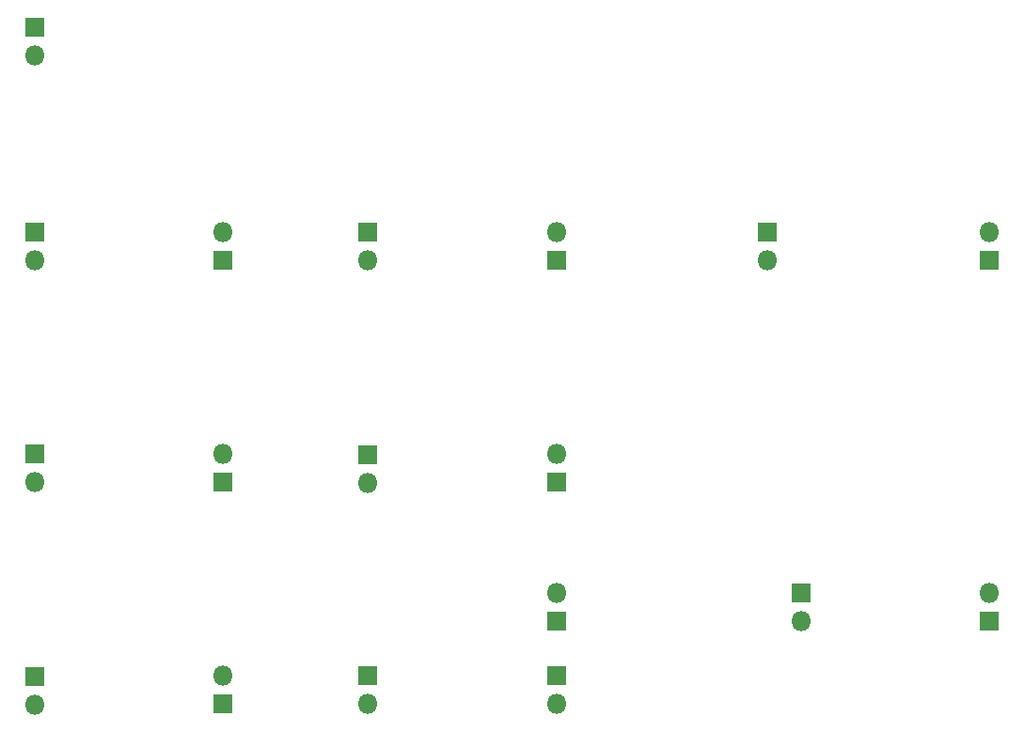
<source format=gbr>
%TF.GenerationSoftware,KiCad,Pcbnew,(5.1.6)-1*%
%TF.CreationDate,2020-12-18T22:44:25+08:00*%
%TF.ProjectId,_______,2c00e03e-2735-4ef2-9e6b-696361645f70,1.0.1*%
%TF.SameCoordinates,Original*%
%TF.FileFunction,Soldermask,Bot*%
%TF.FilePolarity,Negative*%
%FSLAX46Y46*%
G04 Gerber Fmt 4.6, Leading zero omitted, Abs format (unit mm)*
G04 Created by KiCad (PCBNEW (5.1.6)-1) date 2020-12-18 22:44:25*
%MOMM*%
%LPD*%
G01*
G04 APERTURE LIST*
%ADD10O,1.800000X1.800000*%
%ADD11R,1.800000X1.800000*%
G04 APERTURE END LIST*
D10*
%TO.C,J1*%
X20000000Y-22540000D03*
D11*
X20000000Y-20000000D03*
%TD*%
%TO.C,J2*%
X20000000Y-38460000D03*
D10*
X20000000Y-41000000D03*
%TD*%
D11*
%TO.C,J3*%
X20000000Y-58460000D03*
D10*
X20000000Y-61000000D03*
%TD*%
%TO.C,J4*%
X37000000Y-38460000D03*
D11*
X37000000Y-41000000D03*
%TD*%
D10*
%TO.C,J5*%
X37000000Y-58460000D03*
D11*
X37000000Y-61000000D03*
%TD*%
%TO.C,J6*%
X89000000Y-70960000D03*
D10*
X89000000Y-73500000D03*
%TD*%
%TO.C,J7*%
X50000000Y-81000000D03*
D11*
X50000000Y-78460000D03*
%TD*%
%TO.C,J8*%
X50000000Y-38460000D03*
D10*
X50000000Y-41000000D03*
%TD*%
%TO.C,J9*%
X106000000Y-70960000D03*
D11*
X106000000Y-73500000D03*
%TD*%
%TO.C,J10*%
X67000000Y-73500000D03*
D10*
X67000000Y-70960000D03*
%TD*%
%TO.C,J11*%
X67000000Y-81000000D03*
D11*
X67000000Y-78460000D03*
%TD*%
D10*
%TO.C,J12*%
X67000000Y-38460000D03*
D11*
X67000000Y-41000000D03*
%TD*%
D10*
%TO.C,J13*%
X86000000Y-41000000D03*
D11*
X86000000Y-38460000D03*
%TD*%
D10*
%TO.C,J14*%
X20000000Y-81040000D03*
D11*
X20000000Y-78500000D03*
%TD*%
%TO.C,J15*%
X50020000Y-58500000D03*
D10*
X50020000Y-61040000D03*
%TD*%
D11*
%TO.C,J16*%
X106000000Y-41000000D03*
D10*
X106000000Y-38460000D03*
%TD*%
D11*
%TO.C,J17*%
X37000000Y-81000000D03*
D10*
X37000000Y-78460000D03*
%TD*%
D11*
%TO.C,J18*%
X67000000Y-61000000D03*
D10*
X67000000Y-58460000D03*
%TD*%
M02*

</source>
